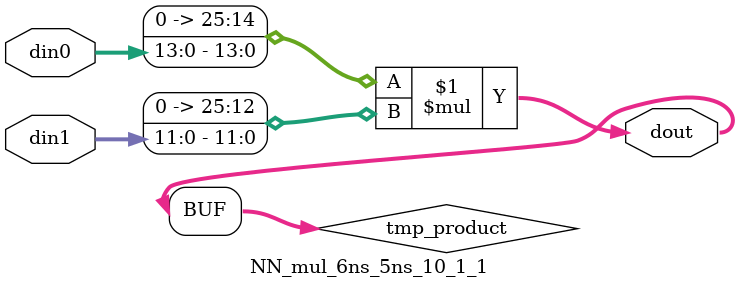
<source format=v>

`timescale 1 ns / 1 ps

 module NN_mul_6ns_5ns_10_1_1(din0, din1, dout);
parameter ID = 1;
parameter NUM_STAGE = 0;
parameter din0_WIDTH = 14;
parameter din1_WIDTH = 12;
parameter dout_WIDTH = 26;

input [din0_WIDTH - 1 : 0] din0; 
input [din1_WIDTH - 1 : 0] din1; 
output [dout_WIDTH - 1 : 0] dout;

wire signed [dout_WIDTH - 1 : 0] tmp_product;
























assign tmp_product = $signed({1'b0, din0}) * $signed({1'b0, din1});











assign dout = tmp_product;





















endmodule

</source>
